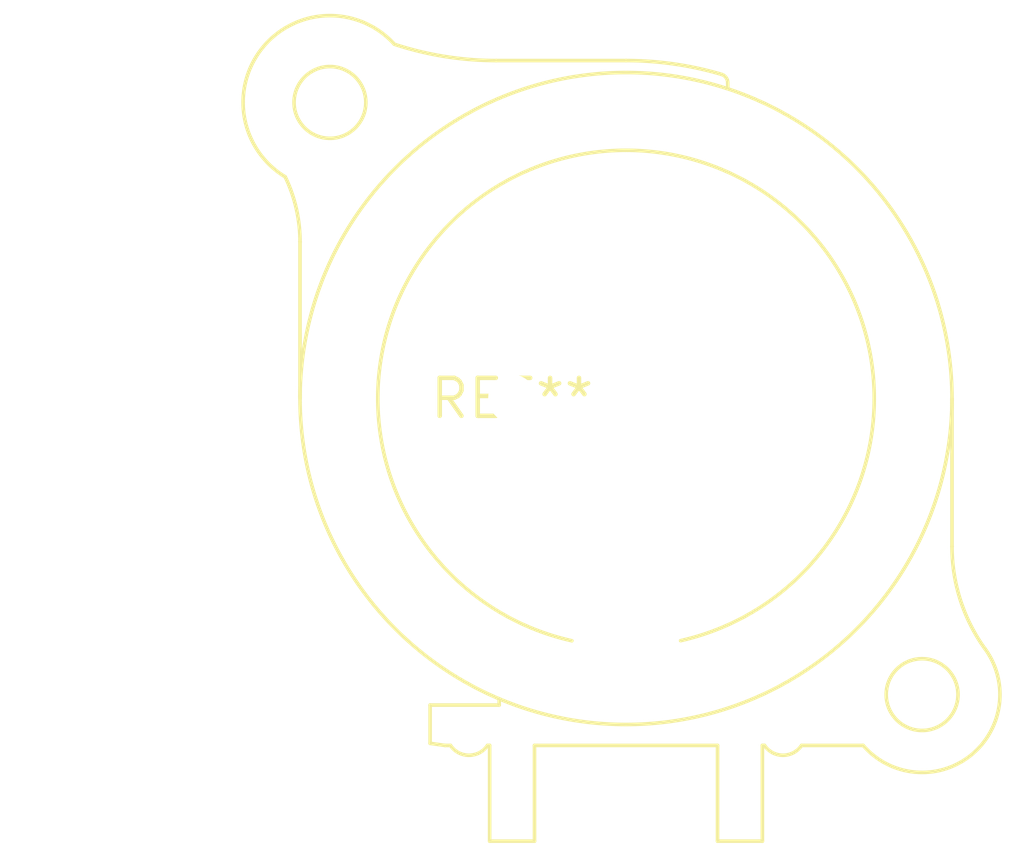
<source format=kicad_pcb>
(kicad_pcb (version 20240108) (generator pcbnew)
  (layers (0 "F.Cu" signal) (31 "B.Cu" signal) (34 "B.Paste" user) (35 "F.Paste" user) (36 "B.SilkS" user "B.Silkscreen") (37 "F.SilkS" user "F.Silkscreen") (38 "B.Mask" user) (39 "F.Mask" user) (44 "Edge.Cuts" user))
  (net 0 "")
  (footprint "Jack_XLR_Neutrik_NC3MAAV_Vertical" (layer "F.Cu") (at 0 0)
    (property "Reference" "REF**")
    (property "Value" "Jack_XLR_Neutrik_NC3MAAV_Vertical")
    (fp_line (start -7.09 -5.24) (end -7.09 0) (layer "F.SilkS") (stroke (width 0.12)))
    (fp_line (start -2.74 11.53) (end -2.74 10.25) (layer "F.SilkS") (stroke (width 0.12)))
    (fp_line (start -2.74 11.53) (end -2.24 11.6) (layer "F.SilkS") (stroke (width 0.12)))
    (fp_line (start -2.24 11.6) (end -2.06 11.6) (layer "F.SilkS") (stroke (width 0.12)))
    (fp_line (start -0.75 11.6) (end -0.82 11.6) (layer "F.SilkS") (stroke (width 0.12)))
    (fp_line (start -0.75 11.6) (end -0.75 14.8) (layer "F.SilkS") (stroke (width 0.12)))
    (fp_line (start -0.43 10.25) (end -2.74 10.25) (layer "F.SilkS") (stroke (width 0.12)))
    (fp_line (start -0.43 10.25) (end -0.43 10.05) (layer "F.SilkS") (stroke (width 0.12)))
    (fp_line (start 0.75 11.6) (end 0.75 14.8) (layer "F.SilkS") (stroke (width 0.12)))
    (fp_line (start 0.75 11.6) (end 6.87 11.6) (layer "F.SilkS") (stroke (width 0.12)))
    (fp_line (start 0.75 14.8) (end -0.75 14.8) (layer "F.SilkS") (stroke (width 0.12)))
    (fp_line (start 3.81 -11.3) (end -0.53 -11.3) (layer "F.SilkS") (stroke (width 0.12)))
    (fp_line (start 6.87 11.6) (end 6.87 14.8) (layer "F.SilkS") (stroke (width 0.12)))
    (fp_line (start 7.21 -10.36) (end 7.21 -10.55) (layer "F.SilkS") (stroke (width 0.12)))
    (fp_line (start 8.37 11.6) (end 8.37 14.8) (layer "F.SilkS") (stroke (width 0.12)))
    (fp_line (start 8.37 11.6) (end 8.44 11.6) (layer "F.SilkS") (stroke (width 0.12)))
    (fp_line (start 8.37 14.8) (end 6.87 14.8) (layer "F.SilkS") (stroke (width 0.12)))
    (fp_line (start 9.68 11.6) (end 11.74 11.6) (layer "F.SilkS") (stroke (width 0.12)))
    (fp_line (start 14.71 4.95) (end 14.71 0) (layer "F.SilkS") (stroke (width 0.12)))
    (fp_arc (start -7.588965 -7.414421) (mid -8.331551 -11.74403) (end -3.94 -11.85) (layer "F.SilkS") (stroke (width 0.12)))
    (fp_arc (start -7.584615 -7.408295) (mid -7.215222 -6.351997) (end -7.09 -5.24) (layer "F.SilkS") (stroke (width 0.12)))
    (fp_arc (start -0.820521 11.600769) (mid -1.440464 11.928866) (end -2.06 11.6) (layer "F.SilkS") (stroke (width 0.12)))
    (fp_arc (start -0.53 -11.3) (mid -2.253923 -11.43719) (end -3.934451 -11.845305) (layer "F.SilkS") (stroke (width 0.12)))
    (fp_arc (start 2 8.1) (mid 3.802206 -8.299761) (end 5.635209 8.096586) (layer "F.SilkS") (stroke (width 0.12)))
    (fp_arc (start 3.81 -11.3) (mid 5.421707 -11.184471) (end 7.000458 -10.840248) (layer "F.SilkS") (stroke (width 0.12)))
    (fp_arc (start 7.004232 -10.837678) (mid 7.156013 -10.728814) (end 7.21 -10.55) (layer "F.SilkS") (stroke (width 0.12)))
    (fp_arc (start 9.679479 11.600769) (mid 9.059536 11.928866) (end 8.44 11.6) (layer "F.SilkS") (stroke (width 0.12)))
    (fp_arc (start 15.815277 8.372002) (mid 14.993173 6.748036) (end 14.71 4.95) (layer "F.SilkS") (stroke (width 0.12)))
    (fp_arc (start 15.815343 8.370807) (mid 15.326014 11.93946) (end 11.74 11.6) (layer "F.SilkS") (stroke (width 0.12)))
    (fp_circle (center -6.09 -9.9) (end -4.89 -9.9) (layer "F.SilkS") (stroke (width 0.12)) (fill none))
    (fp_circle (center 3.81 0) (end 14.71 0) (layer "F.SilkS") (stroke (width 0.12)) (fill none))
    (fp_circle (center 13.71 9.9) (end 14.91 9.9) (layer "F.SilkS") (stroke (width 0.12)) (fill none))
    (pad "1" thru_hole circle (at 0 0) (size 3.4 3.4) (drill 1.6) (layers *.Cu *.Mask) (remove_unused_layers))
    (pad "2" thru_hole circle (at 7.62 0) (size 3.4 3.4) (drill 1.6) (layers *.Cu *.Mask) (remove_unused_layers))
    (pad "3" thru_hole circle (at 3.81 3.81) (size 3.4 3.4) (drill 1.6) (layers *.Cu *.Mask) (remove_unused_layers))
    (pad "G" thru_hole circle (at 3.81 8.255) (size 2.9 2.9) (drill 1.2) (layers *.Cu *.Mask) (remove_unused_layers))
  )
)
</source>
